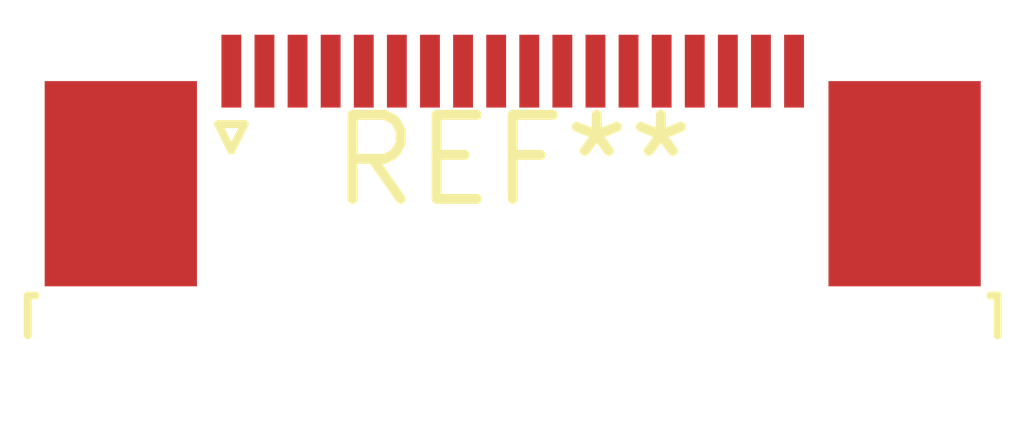
<source format=kicad_pcb>
(kicad_pcb (version 20240108) (generator pcbnew)
  (layers (0 "F.Cu" signal) (31 "B.Cu" signal) (34 "B.Paste" user) (35 "F.Paste" user) (36 "B.SilkS" user "B.Silkscreen") (37 "F.SilkS" user "F.Silkscreen") (38 "B.Mask" user) (39 "F.Mask" user) (44 "Edge.Cuts" user))
  (net 0 "")
  (footprint "TE_1-1734839-8_1x18-1MP_P0.5mm_Horizontal" (layer "F.Cu") (at 0 0)
    (property "Reference" "REF**")
    (property "Value" "PCB Edge")
    (fp_line (start -7.325 2.04) (end -7.325 2.64) (layer "F.SilkS") (stroke (width 0.12)))
    (fp_line (start -7.215 2.04) (end -7.325 2.04) (layer "F.SilkS") (stroke (width 0.12)))
    (fp_line (start -4.45 -0.55) (end -4.25 -0.15) (layer "F.SilkS") (stroke (width 0.12)))
    (fp_line (start -4.25 -0.15) (end -4.05 -0.55) (layer "F.SilkS") (stroke (width 0.12)))
    (fp_line (start -4.05 -0.55) (end -4.45 -0.55) (layer "F.SilkS") (stroke (width 0.12)))
    (fp_line (start 7.215 2.04) (end 7.325 2.04) (layer "F.SilkS") (stroke (width 0.12)))
    (fp_line (start 7.325 2.04) (end 7.325 2.64) (layer "F.SilkS") (stroke (width 0.12)))
    (pad "1" smd rect (at -4.25 -1.35) (size 0.3 1.1) (layers "F.Cu" "F.Paste" "F.Mask"))
    (pad "2" smd rect (at -3.75 -1.35) (size 0.3 1.1) (layers "F.Cu" "F.Paste" "F.Mask"))
    (pad "3" smd rect (at -3.25 -1.35) (size 0.3 1.1) (layers "F.Cu" "F.Paste" "F.Mask"))
    (pad "4" smd rect (at -2.75 -1.35) (size 0.3 1.1) (layers "F.Cu" "F.Paste" "F.Mask"))
    (pad "5" smd rect (at -2.25 -1.35) (size 0.3 1.1) (layers "F.Cu" "F.Paste" "F.Mask"))
    (pad "6" smd rect (at -1.75 -1.35) (size 0.3 1.1) (layers "F.Cu" "F.Paste" "F.Mask"))
    (pad "7" smd rect (at -1.25 -1.35) (size 0.3 1.1) (layers "F.Cu" "F.Paste" "F.Mask"))
    (pad "8" smd rect (at -0.75 -1.35) (size 0.3 1.1) (layers "F.Cu" "F.Paste" "F.Mask"))
    (pad "9" smd rect (at -0.25 -1.35) (size 0.3 1.1) (layers "F.Cu" "F.Paste" "F.Mask"))
    (pad "10" smd rect (at 0.25 -1.35) (size 0.3 1.1) (layers "F.Cu" "F.Paste" "F.Mask"))
    (pad "11" smd rect (at 0.75 -1.35) (size 0.3 1.1) (layers "F.Cu" "F.Paste" "F.Mask"))
    (pad "12" smd rect (at 1.25 -1.35) (size 0.3 1.1) (layers "F.Cu" "F.Paste" "F.Mask"))
    (pad "13" smd rect (at 1.75 -1.35) (size 0.3 1.1) (layers "F.Cu" "F.Paste" "F.Mask"))
    (pad "14" smd rect (at 2.25 -1.35) (size 0.3 1.1) (layers "F.Cu" "F.Paste" "F.Mask"))
    (pad "15" smd rect (at 2.75 -1.35) (size 0.3 1.1) (layers "F.Cu" "F.Paste" "F.Mask"))
    (pad "16" smd rect (at 3.25 -1.35) (size 0.3 1.1) (layers "F.Cu" "F.Paste" "F.Mask"))
    (pad "17" smd rect (at 3.75 -1.35) (size 0.3 1.1) (layers "F.Cu" "F.Paste" "F.Mask"))
    (pad "18" smd rect (at 4.25 -1.35) (size 0.3 1.1) (layers "F.Cu" "F.Paste" "F.Mask"))
    (pad "MP" smd rect (at -5.92 0.35) (size 2.3 3.1) (layers "F.Cu" "F.Paste" "F.Mask"))
    (pad "MP" smd rect (at 5.92 0.35) (size 2.3 3.1) (layers "F.Cu" "F.Paste" "F.Mask"))
  )
)
</source>
